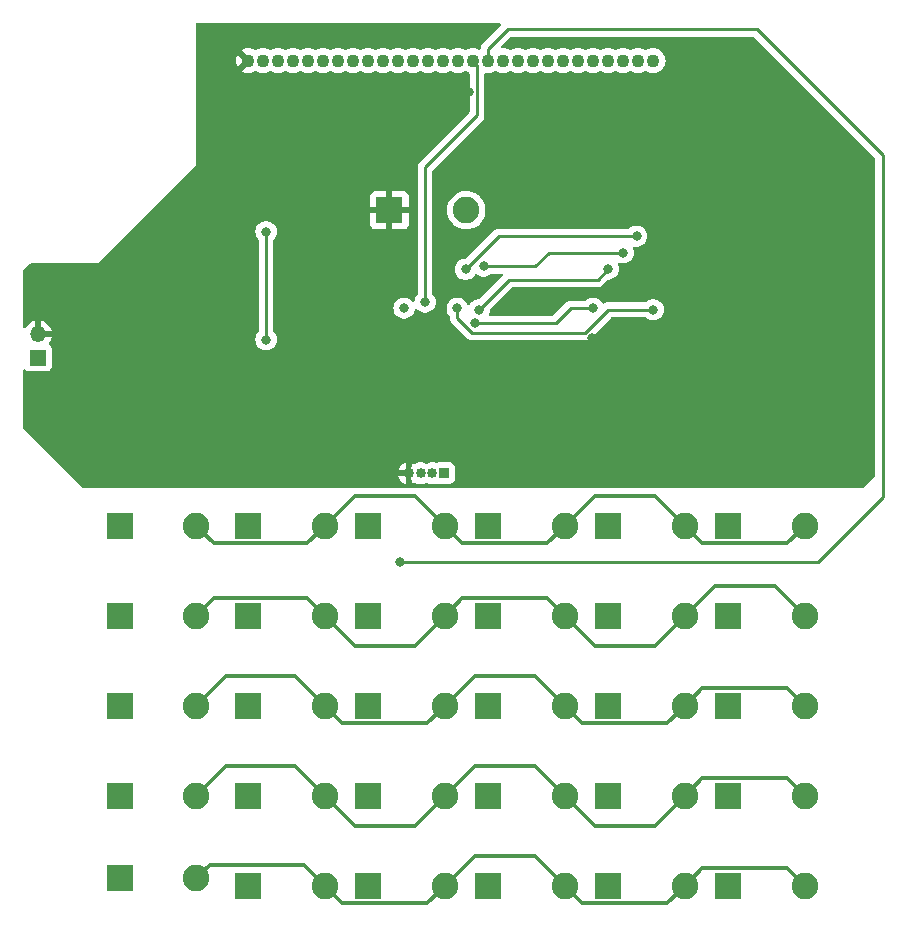
<source format=gbr>
%TF.GenerationSoftware,KiCad,Pcbnew,7.99.0-3539-g7abe2e3ea0*%
%TF.CreationDate,2023-11-11T22:30:26+01:00*%
%TF.ProjectId,KS100,4b533130-302e-46b6-9963-61645f706362,rev?*%
%TF.SameCoordinates,Original*%
%TF.FileFunction,Copper,L2,Bot*%
%TF.FilePolarity,Positive*%
%FSLAX46Y46*%
G04 Gerber Fmt 4.6, Leading zero omitted, Abs format (unit mm)*
G04 Created by KiCad (PCBNEW 7.99.0-3539-g7abe2e3ea0) date 2023-11-11 22:30:26*
%MOMM*%
%LPD*%
G01*
G04 APERTURE LIST*
%TA.AperFunction,ComponentPad*%
%ADD10R,2.250000X2.250000*%
%TD*%
%TA.AperFunction,ComponentPad*%
%ADD11C,2.250000*%
%TD*%
%TA.AperFunction,ComponentPad*%
%ADD12R,0.850000X0.850000*%
%TD*%
%TA.AperFunction,ComponentPad*%
%ADD13O,0.850000X0.850000*%
%TD*%
%TA.AperFunction,ComponentPad*%
%ADD14R,1.350000X1.350000*%
%TD*%
%TA.AperFunction,ComponentPad*%
%ADD15O,1.350000X1.350000*%
%TD*%
%TA.AperFunction,ComponentPad*%
%ADD16C,1.100000*%
%TD*%
%TA.AperFunction,ViaPad*%
%ADD17C,0.800000*%
%TD*%
%TA.AperFunction,Conductor*%
%ADD18C,0.250000*%
%TD*%
%TA.AperFunction,Conductor*%
%ADD19C,0.300000*%
%TD*%
G04 APERTURE END LIST*
D10*
%TO.P,SW28,1,1*%
%TO.N,/Calculator/X6*%
X171450000Y-128270000D03*
D11*
%TO.P,SW28,2,2*%
%TO.N,/Calculator/Y3*%
X177950000Y-128270000D03*
%TD*%
D10*
%TO.P,SW10,1,1*%
%TO.N,/Calculator/X2*%
X130810000Y-143510000D03*
D11*
%TO.P,SW10,2,2*%
%TO.N,/Calculator/Y5*%
X137310000Y-143510000D03*
%TD*%
D10*
%TO.P,SW27,1,1*%
%TO.N,/Calculator/X6*%
X171450000Y-120650000D03*
D11*
%TO.P,SW27,2,2*%
%TO.N,/Calculator/Y2*%
X177950000Y-120650000D03*
%TD*%
D10*
%TO.P,SW11,1,1*%
%TO.N,/Calculator/X3*%
X140970000Y-113030000D03*
D11*
%TO.P,SW11,2,2*%
%TO.N,/Calculator/Y1*%
X147470000Y-113030000D03*
%TD*%
D10*
%TO.P,SW7,1,1*%
%TO.N,/Calculator/X2*%
X130810000Y-120650000D03*
D11*
%TO.P,SW7,2,2*%
%TO.N,/Calculator/Y2*%
X137310000Y-120650000D03*
%TD*%
D10*
%TO.P,SW15,1,1*%
%TO.N,/Calculator/X3*%
X140970000Y-143510000D03*
D11*
%TO.P,SW15,2,2*%
%TO.N,/Calculator/Y5*%
X147470000Y-143510000D03*
%TD*%
D10*
%TO.P,SW24,1,1*%
%TO.N,/Calculator/X5*%
X161290000Y-135890000D03*
D11*
%TO.P,SW24,2,2*%
%TO.N,/Calculator/Y4*%
X167790000Y-135890000D03*
%TD*%
D10*
%TO.P,SW6,1,1*%
%TO.N,/Calculator/X2*%
X130810000Y-113030000D03*
D11*
%TO.P,SW6,2,2*%
%TO.N,/Calculator/Y1*%
X137310000Y-113030000D03*
%TD*%
D10*
%TO.P,SW12,1,1*%
%TO.N,/Calculator/X3*%
X140970000Y-120650000D03*
D11*
%TO.P,SW12,2,2*%
%TO.N,/Calculator/Y2*%
X147470000Y-120650000D03*
%TD*%
D10*
%TO.P,SW3,1,1*%
%TO.N,/Calculator/X1*%
X119940000Y-128270000D03*
D11*
%TO.P,SW3,2,2*%
%TO.N,/Calculator/Y3*%
X126440000Y-128270000D03*
%TD*%
D10*
%TO.P,SW14,1,1*%
%TO.N,/Calculator/X3*%
X140970000Y-135890000D03*
D11*
%TO.P,SW14,2,2*%
%TO.N,/Calculator/Y4*%
X147470000Y-135890000D03*
%TD*%
D12*
%TO.P,J2,1,Pin_1*%
%TO.N,/Calculator/NRST*%
X147415000Y-108585000D03*
D13*
%TO.P,J2,2,Pin_2*%
%TO.N,/Calculator/SWCLK*%
X146415000Y-108585000D03*
%TO.P,J2,3,Pin_3*%
%TO.N,/Calculator/SWDIO*%
X145415000Y-108585000D03*
%TO.P,J2,4,Pin_4*%
%TO.N,GND*%
X144415000Y-108585000D03*
%TD*%
D10*
%TO.P,SW4,1,1*%
%TO.N,/Calculator/X1*%
X119940000Y-135890000D03*
D11*
%TO.P,SW4,2,2*%
%TO.N,/Calculator/Y4*%
X126440000Y-135890000D03*
%TD*%
D10*
%TO.P,SW23,1,1*%
%TO.N,/Calculator/X5*%
X161290000Y-128270000D03*
D11*
%TO.P,SW23,2,2*%
%TO.N,/Calculator/Y3*%
X167790000Y-128270000D03*
%TD*%
D10*
%TO.P,SW19,1,1*%
%TO.N,/Calculator/X4*%
X151130000Y-135890000D03*
D11*
%TO.P,SW19,2,2*%
%TO.N,/Calculator/Y4*%
X157630000Y-135890000D03*
%TD*%
D10*
%TO.P,SW26,1,1*%
%TO.N,/Calculator/X6*%
X171450000Y-113030000D03*
D11*
%TO.P,SW26,2,2*%
%TO.N,/Calculator/Y1*%
X177950000Y-113030000D03*
%TD*%
D10*
%TO.P,SW29,1,1*%
%TO.N,/Calculator/X6*%
X171450000Y-135890000D03*
D11*
%TO.P,SW29,2,2*%
%TO.N,/Calculator/Y4*%
X177950000Y-135890000D03*
%TD*%
D10*
%TO.P,SW1,1,1*%
%TO.N,/Calculator/X1*%
X119940000Y-113030000D03*
D11*
%TO.P,SW1,2,2*%
%TO.N,/Calculator/Y1*%
X126440000Y-113030000D03*
%TD*%
D14*
%TO.P,J1,1,Pin_1*%
%TO.N,+BATT*%
X113030000Y-98790000D03*
D15*
%TO.P,J1,2,Pin_2*%
%TO.N,GND*%
X113030000Y-96790000D03*
%TD*%
D10*
%TO.P,SW30,1,1*%
%TO.N,/Calculator/X6*%
X171450000Y-143510000D03*
D11*
%TO.P,SW30,2,2*%
%TO.N,/Calculator/Y5*%
X177950000Y-143510000D03*
%TD*%
D10*
%TO.P,SW25,1,1*%
%TO.N,/Calculator/X5*%
X161290000Y-143510000D03*
D11*
%TO.P,SW25,2,2*%
%TO.N,/Calculator/Y5*%
X167790000Y-143510000D03*
%TD*%
D10*
%TO.P,SW5,1,1*%
%TO.N,/Calculator/X1*%
X119940000Y-142875000D03*
D11*
%TO.P,SW5,2,2*%
%TO.N,/Calculator/Y5*%
X126440000Y-142875000D03*
%TD*%
D16*
%TO.P,J3,1,Pin_1*%
%TO.N,/Calculator/NCS*%
X165100000Y-73660000D03*
%TO.P,J3,2,Pin_2*%
%TO.N,/Calculator/LCD_RST*%
X163830000Y-73660000D03*
%TO.P,J3,3,Pin_3*%
%TO.N,/Calculator/A0*%
X162560000Y-73660000D03*
%TO.P,J3,4,Pin_4*%
%TO.N,/Calculator/WR*%
X161290000Y-73660000D03*
%TO.P,J3,5,Pin_5*%
%TO.N,/Calculator/RD*%
X160020000Y-73660000D03*
%TO.P,J3,6,Pin_6*%
%TO.N,+BATT*%
X158750000Y-73660000D03*
%TO.P,J3,7,Pin_7*%
X157480000Y-73660000D03*
%TO.P,J3,8,Pin_8*%
X156210000Y-73660000D03*
%TO.P,J3,9,Pin_9*%
X154940000Y-73660000D03*
%TO.P,J3,10,Pin_10*%
X153670000Y-73660000D03*
%TO.P,J3,11,Pin_11*%
X152400000Y-73660000D03*
%TO.P,J3,12,Pin_12*%
%TO.N,/Calculator/SCL*%
X151130000Y-73660000D03*
%TO.P,J3,13,Pin_13*%
%TO.N,/Calculator/SI*%
X149860000Y-73660000D03*
%TO.P,J3,14,Pin_14*%
%TO.N,+BATT*%
X148590000Y-73660000D03*
%TO.P,J3,15,Pin_15*%
%TO.N,GND*%
X147320000Y-73660000D03*
%TO.P,J3,16,Pin_16*%
%TO.N,Net-(J3-Pin_16)*%
X146050000Y-73660000D03*
%TO.P,J3,17,Pin_17*%
%TO.N,Net-(J3-Pin_17)*%
X144780000Y-73660000D03*
%TO.P,J3,18,Pin_18*%
%TO.N,Net-(J3-Pin_18)*%
X143510000Y-73660000D03*
%TO.P,J3,19,Pin_19*%
%TO.N,Net-(J3-Pin_19)*%
X142240000Y-73660000D03*
%TO.P,J3,20,Pin_20*%
%TO.N,Net-(J3-Pin_20)*%
X140970000Y-73660000D03*
%TO.P,J3,21,Pin_21*%
%TO.N,Net-(J3-Pin_21)*%
X139700000Y-73660000D03*
%TO.P,J3,22,Pin_22*%
%TO.N,Net-(J3-Pin_22)*%
X138430000Y-73660000D03*
%TO.P,J3,23,Pin_23*%
%TO.N,Net-(J3-Pin_23)*%
X137160000Y-73660000D03*
%TO.P,J3,24,Pin_24*%
%TO.N,Net-(J3-Pin_24)*%
X135890000Y-73660000D03*
%TO.P,J3,25,Pin_25*%
%TO.N,Net-(J3-Pin_25)*%
X134620000Y-73660000D03*
%TO.P,J3,26,Pin_26*%
%TO.N,Net-(J3-Pin_26)*%
X133350000Y-73660000D03*
%TO.P,J3,27,Pin_27*%
%TO.N,/Calculator/C86*%
X132080000Y-73660000D03*
%TO.P,J3,28,Pin_28*%
%TO.N,GND*%
X130810000Y-73660000D03*
%TD*%
D10*
%TO.P,SW21,1,1*%
%TO.N,/Calculator/X5*%
X161290000Y-113030000D03*
D11*
%TO.P,SW21,2,2*%
%TO.N,/Calculator/Y1*%
X167790000Y-113030000D03*
%TD*%
D10*
%TO.P,SW17,1,1*%
%TO.N,/Calculator/X4*%
X151130000Y-120650000D03*
D11*
%TO.P,SW17,2,2*%
%TO.N,/Calculator/Y2*%
X157630000Y-120650000D03*
%TD*%
D10*
%TO.P,SW22,1,1*%
%TO.N,/Calculator/X5*%
X161290000Y-120650000D03*
D11*
%TO.P,SW22,2,2*%
%TO.N,/Calculator/Y2*%
X167790000Y-120650000D03*
%TD*%
D10*
%TO.P,SW18,1,1*%
%TO.N,/Calculator/X4*%
X151130000Y-128270000D03*
D11*
%TO.P,SW18,2,2*%
%TO.N,/Calculator/Y3*%
X157630000Y-128270000D03*
%TD*%
D10*
%TO.P,SW16,1,1*%
%TO.N,/Calculator/X4*%
X151130000Y-113030000D03*
D11*
%TO.P,SW16,2,2*%
%TO.N,/Calculator/Y1*%
X157630000Y-113030000D03*
%TD*%
D10*
%TO.P,SW2,1,1*%
%TO.N,/Calculator/X1*%
X119940000Y-120650000D03*
D11*
%TO.P,SW2,2,2*%
%TO.N,/Calculator/Y2*%
X126440000Y-120650000D03*
%TD*%
D10*
%TO.P,SW13,1,1*%
%TO.N,/Calculator/X3*%
X140970000Y-128270000D03*
D11*
%TO.P,SW13,2,2*%
%TO.N,/Calculator/Y3*%
X147470000Y-128270000D03*
%TD*%
D10*
%TO.P,SW20,1,1*%
%TO.N,/Calculator/X4*%
X151130000Y-143510000D03*
D11*
%TO.P,SW20,2,2*%
%TO.N,/Calculator/Y5*%
X157630000Y-143510000D03*
%TD*%
D10*
%TO.P,SW31,1,1*%
%TO.N,GND*%
X142782000Y-86310000D03*
D11*
%TO.P,SW31,2,2*%
%TO.N,/Calculator/NRST*%
X149282000Y-86310000D03*
%TD*%
D10*
%TO.P,SW9,1,1*%
%TO.N,/Calculator/X2*%
X130810000Y-135890000D03*
D11*
%TO.P,SW9,2,2*%
%TO.N,/Calculator/Y4*%
X137310000Y-135890000D03*
%TD*%
D10*
%TO.P,SW8,1,1*%
%TO.N,/Calculator/X2*%
X130810000Y-128270000D03*
D11*
%TO.P,SW8,2,2*%
%TO.N,/Calculator/Y3*%
X137310000Y-128270000D03*
%TD*%
D17*
%TO.N,/Calculator/NCS*%
X148522500Y-94615000D03*
%TO.N,/Calculator/LCD_RST*%
X149224664Y-91321500D03*
%TO.N,/Calculator/RD*%
X149987000Y-95885000D03*
%TO.N,/Calculator/WR*%
X150368000Y-94742000D03*
%TO.N,/Calculator/A0*%
X150749000Y-91059000D03*
%TO.N,unconnected-(U1-PA2-Pad16)*%
X144018000Y-94615000D03*
%TO.N,/Calculator/C86*%
X132334000Y-97282000D03*
X132334000Y-88138000D03*
%TO.N,/Calculator/NCS*%
X165100000Y-94742000D03*
%TO.N,GND*%
X149479000Y-76327000D03*
X147320000Y-88900000D03*
X142839701Y-101400500D03*
X137160000Y-94615000D03*
X159893000Y-97155000D03*
X147955000Y-106590500D03*
X141986000Y-71374000D03*
X156210000Y-94615000D03*
%TO.N,/Calculator/LCD_RST*%
X163703000Y-88519000D03*
%TO.N,/Calculator/WR*%
X161290000Y-91313000D03*
%TO.N,/Calculator/SCL*%
X143637000Y-116078000D03*
%TO.N,/Calculator/A0*%
X162560000Y-89916000D03*
%TO.N,/Calculator/RD*%
X160020000Y-94615000D03*
%TO.N,/Calculator/SI*%
X145798000Y-94107000D03*
%TD*%
D18*
%TO.N,/Calculator/RD*%
X156845000Y-95885000D02*
X149987000Y-95885000D01*
X158115000Y-94615000D02*
X156845000Y-95885000D01*
X160020000Y-94615000D02*
X158115000Y-94615000D01*
%TO.N,/Calculator/NCS*%
X161280695Y-94742000D02*
X165100000Y-94742000D01*
X159316848Y-96705847D02*
X161280695Y-94742000D01*
X149782542Y-96705847D02*
X159316848Y-96705847D01*
X148522500Y-95445805D02*
X149782542Y-96705847D01*
X148522500Y-94615000D02*
X148522500Y-95445805D01*
%TO.N,/Calculator/LCD_RST*%
X152027164Y-88519000D02*
X149224664Y-91321500D01*
X163703000Y-88519000D02*
X152027164Y-88519000D01*
%TO.N,/Calculator/WR*%
X150368000Y-94742000D02*
X152908000Y-92202000D01*
X152908000Y-92202000D02*
X160401000Y-92202000D01*
X160401000Y-92202000D02*
X161290000Y-91313000D01*
%TO.N,/Calculator/A0*%
X155130500Y-91059000D02*
X150749000Y-91059000D01*
X156273500Y-89916000D02*
X155130500Y-91059000D01*
X162560000Y-89916000D02*
X156273500Y-89916000D01*
%TO.N,/Calculator/SI*%
X150204000Y-78269000D02*
X150204000Y-74004000D01*
X145796000Y-94105000D02*
X145796000Y-82677000D01*
X145798000Y-94107000D02*
X145796000Y-94105000D01*
X150204000Y-74004000D02*
X149860000Y-73660000D01*
X145796000Y-82677000D02*
X150204000Y-78269000D01*
%TO.N,/Calculator/C86*%
X132334000Y-88138000D02*
X132334000Y-97282000D01*
D19*
%TO.N,/Calculator/Y2*%
X165250000Y-123190000D02*
X167790000Y-120650000D01*
X126440000Y-120650000D02*
X127915000Y-119175000D01*
X137310000Y-120650000D02*
X139850000Y-123190000D01*
X148945000Y-119175000D02*
X156155000Y-119175000D01*
X127915000Y-119175000D02*
X135835000Y-119175000D01*
X144930000Y-123190000D02*
X147470000Y-120650000D01*
X160170000Y-123190000D02*
X165250000Y-123190000D01*
X147470000Y-120650000D02*
X148945000Y-119175000D01*
X157630000Y-120650000D02*
X160170000Y-123190000D01*
X139850000Y-123190000D02*
X144930000Y-123190000D01*
X135835000Y-119175000D02*
X137310000Y-120650000D01*
X167790000Y-120650000D02*
X170330000Y-118110000D01*
X170330000Y-118110000D02*
X175410000Y-118110000D01*
X156155000Y-119175000D02*
X157630000Y-120650000D01*
X175410000Y-118110000D02*
X177950000Y-120650000D01*
%TO.N,/Calculator/Y3*%
X157630000Y-128270000D02*
X155090000Y-125730000D01*
X138785000Y-129745000D02*
X137310000Y-128270000D01*
X137310000Y-128270000D02*
X134770000Y-125730000D01*
X169265000Y-126795000D02*
X176475000Y-126795000D01*
X167790000Y-128270000D02*
X169265000Y-126795000D01*
X159105000Y-129745000D02*
X157630000Y-128270000D01*
X145995000Y-129745000D02*
X138785000Y-129745000D01*
X166315000Y-129745000D02*
X159105000Y-129745000D01*
X176475000Y-126795000D02*
X177950000Y-128270000D01*
X147470000Y-128270000D02*
X145995000Y-129745000D01*
X167790000Y-128270000D02*
X166315000Y-129745000D01*
X155090000Y-125730000D02*
X150010000Y-125730000D01*
X134770000Y-125730000D02*
X128980000Y-125730000D01*
X150010000Y-125730000D02*
X147470000Y-128270000D01*
X128980000Y-125730000D02*
X126440000Y-128270000D01*
%TO.N,/Calculator/Y4*%
X128980000Y-133350000D02*
X134770000Y-133350000D01*
X157630000Y-135890000D02*
X160170000Y-138430000D01*
X139850000Y-138430000D02*
X144930000Y-138430000D01*
X155090000Y-133350000D02*
X157630000Y-135890000D01*
X134770000Y-133350000D02*
X137310000Y-135890000D01*
X167790000Y-135890000D02*
X169265000Y-134415000D01*
X126440000Y-135890000D02*
X128980000Y-133350000D01*
X144930000Y-138430000D02*
X147470000Y-135890000D01*
X165250000Y-138430000D02*
X167790000Y-135890000D01*
X176475000Y-134415000D02*
X177950000Y-135890000D01*
X137310000Y-135890000D02*
X139850000Y-138430000D01*
X147470000Y-135890000D02*
X150010000Y-133350000D01*
X169265000Y-134415000D02*
X176475000Y-134415000D01*
X150010000Y-133350000D02*
X155090000Y-133350000D01*
X160170000Y-138430000D02*
X165250000Y-138430000D01*
%TO.N,/Calculator/Y5*%
X145995000Y-144985000D02*
X138785000Y-144985000D01*
X155090000Y-140970000D02*
X150010000Y-140970000D01*
X147470000Y-143510000D02*
X145995000Y-144985000D01*
X138785000Y-144985000D02*
X137310000Y-143510000D01*
X157630000Y-143510000D02*
X155090000Y-140970000D01*
X150010000Y-140970000D02*
X147470000Y-143510000D01*
X176475000Y-142035000D02*
X177950000Y-143510000D01*
X135550000Y-141750000D02*
X137310000Y-143510000D01*
X167790000Y-143510000D02*
X169265000Y-142035000D01*
X166315000Y-144985000D02*
X159105000Y-144985000D01*
X126440000Y-142875000D02*
X127565000Y-141750000D01*
X127565000Y-141750000D02*
X135550000Y-141750000D01*
X169265000Y-142035000D02*
X176475000Y-142035000D01*
X167790000Y-143510000D02*
X166315000Y-144985000D01*
X159105000Y-144985000D02*
X157630000Y-143510000D01*
%TO.N,/Calculator/Y1*%
X148945000Y-114505000D02*
X147470000Y-113030000D01*
X177950000Y-113030000D02*
X176475000Y-114505000D01*
X127915000Y-114505000D02*
X126440000Y-113030000D01*
X165250000Y-110490000D02*
X160170000Y-110490000D01*
X139850000Y-110490000D02*
X144930000Y-110490000D01*
X167790000Y-113030000D02*
X165250000Y-110490000D01*
X169265000Y-114505000D02*
X167790000Y-113030000D01*
X135835000Y-114505000D02*
X127915000Y-114505000D01*
X137310000Y-113030000D02*
X139850000Y-110490000D01*
X157630000Y-113030000D02*
X156155000Y-114505000D01*
X176475000Y-114505000D02*
X169265000Y-114505000D01*
X144930000Y-110490000D02*
X147470000Y-113030000D01*
X156155000Y-114505000D02*
X148945000Y-114505000D01*
X160170000Y-110490000D02*
X157630000Y-113030000D01*
X137310000Y-113030000D02*
X135835000Y-114505000D01*
D18*
%TO.N,/Calculator/SCL*%
X173863000Y-70993000D02*
X152781000Y-70993000D01*
X184531000Y-110617000D02*
X184531000Y-81661000D01*
X151130000Y-72644000D02*
X151130000Y-73660000D01*
X143637000Y-116078000D02*
X179070000Y-116078000D01*
X179070000Y-116078000D02*
X184531000Y-110617000D01*
X184531000Y-81661000D02*
X173863000Y-70993000D01*
X152781000Y-70993000D02*
X151130000Y-72644000D01*
%TD*%
%TA.AperFunction,Conductor*%
%TO.N,GND*%
G36*
X152172085Y-70504685D02*
G01*
X152217840Y-70557489D01*
X152227784Y-70626647D01*
X152198759Y-70690203D01*
X152192727Y-70696681D01*
X150731269Y-72158140D01*
X150644144Y-72245264D01*
X150644138Y-72245272D01*
X150575692Y-72347705D01*
X150575685Y-72347719D01*
X150555213Y-72397146D01*
X150548564Y-72413199D01*
X150542347Y-72428208D01*
X150528538Y-72461545D01*
X150528535Y-72461553D01*
X150504500Y-72582389D01*
X150504500Y-72606460D01*
X150484815Y-72673499D01*
X150432011Y-72719254D01*
X150362853Y-72729198D01*
X150322048Y-72715819D01*
X150263957Y-72684769D01*
X150263954Y-72684768D01*
X150065934Y-72624700D01*
X150065932Y-72624699D01*
X150065934Y-72624699D01*
X149860000Y-72604417D01*
X149654067Y-72624699D01*
X149456041Y-72684769D01*
X149283453Y-72777020D01*
X149215050Y-72791262D01*
X149166547Y-72777020D01*
X148993958Y-72684769D01*
X148894944Y-72654734D01*
X148795934Y-72624700D01*
X148795932Y-72624699D01*
X148795934Y-72624699D01*
X148590000Y-72604417D01*
X148384067Y-72624699D01*
X148186041Y-72684769D01*
X148012924Y-72777303D01*
X147944521Y-72791545D01*
X147896018Y-72777304D01*
X147723762Y-72685232D01*
X147525834Y-72625191D01*
X147320000Y-72604919D01*
X147114165Y-72625191D01*
X146916237Y-72685232D01*
X146743982Y-72777304D01*
X146675579Y-72791545D01*
X146627076Y-72777303D01*
X146453958Y-72684769D01*
X146354944Y-72654734D01*
X146255934Y-72624700D01*
X146255932Y-72624699D01*
X146255934Y-72624699D01*
X146050000Y-72604417D01*
X145844067Y-72624699D01*
X145646041Y-72684769D01*
X145473453Y-72777020D01*
X145405050Y-72791262D01*
X145356547Y-72777020D01*
X145183958Y-72684769D01*
X145084944Y-72654734D01*
X144985934Y-72624700D01*
X144985932Y-72624699D01*
X144985934Y-72624699D01*
X144780000Y-72604417D01*
X144574067Y-72624699D01*
X144376041Y-72684769D01*
X144203453Y-72777020D01*
X144135050Y-72791262D01*
X144086547Y-72777020D01*
X143913958Y-72684769D01*
X143814944Y-72654734D01*
X143715934Y-72624700D01*
X143715932Y-72624699D01*
X143715934Y-72624699D01*
X143510000Y-72604417D01*
X143304067Y-72624699D01*
X143106041Y-72684769D01*
X142933453Y-72777020D01*
X142865050Y-72791262D01*
X142816547Y-72777020D01*
X142643958Y-72684769D01*
X142544944Y-72654734D01*
X142445934Y-72624700D01*
X142445932Y-72624699D01*
X142445934Y-72624699D01*
X142240000Y-72604417D01*
X142034067Y-72624699D01*
X141836041Y-72684769D01*
X141663453Y-72777020D01*
X141595050Y-72791262D01*
X141546547Y-72777020D01*
X141373958Y-72684769D01*
X141274944Y-72654734D01*
X141175934Y-72624700D01*
X141175932Y-72624699D01*
X141175934Y-72624699D01*
X140970000Y-72604417D01*
X140764067Y-72624699D01*
X140566041Y-72684769D01*
X140393453Y-72777020D01*
X140325050Y-72791262D01*
X140276547Y-72777020D01*
X140103958Y-72684769D01*
X140004944Y-72654734D01*
X139905934Y-72624700D01*
X139905932Y-72624699D01*
X139905934Y-72624699D01*
X139700000Y-72604417D01*
X139494067Y-72624699D01*
X139296041Y-72684769D01*
X139123453Y-72777020D01*
X139055050Y-72791262D01*
X139006547Y-72777020D01*
X138833958Y-72684769D01*
X138734944Y-72654734D01*
X138635934Y-72624700D01*
X138635932Y-72624699D01*
X138635934Y-72624699D01*
X138430000Y-72604417D01*
X138224067Y-72624699D01*
X138026041Y-72684769D01*
X137853453Y-72777020D01*
X137785050Y-72791262D01*
X137736547Y-72777020D01*
X137563958Y-72684769D01*
X137464944Y-72654734D01*
X137365934Y-72624700D01*
X137365932Y-72624699D01*
X137365934Y-72624699D01*
X137160000Y-72604417D01*
X136954067Y-72624699D01*
X136756041Y-72684769D01*
X136583453Y-72777020D01*
X136515050Y-72791262D01*
X136466547Y-72777020D01*
X136293958Y-72684769D01*
X136194944Y-72654734D01*
X136095934Y-72624700D01*
X136095932Y-72624699D01*
X136095934Y-72624699D01*
X135890000Y-72604417D01*
X135684067Y-72624699D01*
X135486041Y-72684769D01*
X135313453Y-72777020D01*
X135245050Y-72791262D01*
X135196547Y-72777020D01*
X135023958Y-72684769D01*
X134924944Y-72654734D01*
X134825934Y-72624700D01*
X134825932Y-72624699D01*
X134825934Y-72624699D01*
X134620000Y-72604417D01*
X134414067Y-72624699D01*
X134216041Y-72684769D01*
X134043453Y-72777020D01*
X133975050Y-72791262D01*
X133926547Y-72777020D01*
X133753958Y-72684769D01*
X133654944Y-72654734D01*
X133555934Y-72624700D01*
X133555932Y-72624699D01*
X133555934Y-72624699D01*
X133350000Y-72604417D01*
X133144067Y-72624699D01*
X132946041Y-72684769D01*
X132773453Y-72777020D01*
X132705050Y-72791262D01*
X132656547Y-72777020D01*
X132483958Y-72684769D01*
X132384944Y-72654734D01*
X132285934Y-72624700D01*
X132285932Y-72624699D01*
X132285934Y-72624699D01*
X132080000Y-72604417D01*
X131874067Y-72624699D01*
X131676041Y-72684769D01*
X131502924Y-72777303D01*
X131434521Y-72791545D01*
X131386018Y-72777304D01*
X131213762Y-72685232D01*
X131015834Y-72625191D01*
X130810000Y-72604919D01*
X130604166Y-72625191D01*
X130406234Y-72685234D01*
X130264529Y-72760975D01*
X130264529Y-72760976D01*
X130905418Y-73401865D01*
X130864701Y-73385000D01*
X130755299Y-73385000D01*
X130654225Y-73426866D01*
X130576866Y-73504225D01*
X130535000Y-73605299D01*
X130535000Y-73714701D01*
X130576866Y-73815775D01*
X130654225Y-73893134D01*
X130755299Y-73935000D01*
X130864701Y-73935000D01*
X130905415Y-73918135D01*
X130264529Y-74559022D01*
X130406235Y-74634766D01*
X130604165Y-74694808D01*
X130810000Y-74715080D01*
X131015834Y-74694808D01*
X131213764Y-74634766D01*
X131386016Y-74542695D01*
X131454419Y-74528453D01*
X131502921Y-74542694D01*
X131676046Y-74635232D01*
X131874066Y-74695300D01*
X131874065Y-74695300D01*
X131892529Y-74697118D01*
X132080000Y-74715583D01*
X132285934Y-74695300D01*
X132483954Y-74635232D01*
X132656548Y-74542977D01*
X132724949Y-74528736D01*
X132773450Y-74542976D01*
X132946046Y-74635232D01*
X133144066Y-74695300D01*
X133144065Y-74695300D01*
X133162529Y-74697118D01*
X133350000Y-74715583D01*
X133555934Y-74695300D01*
X133753954Y-74635232D01*
X133926548Y-74542977D01*
X133994949Y-74528736D01*
X134043450Y-74542976D01*
X134216046Y-74635232D01*
X134414066Y-74695300D01*
X134414065Y-74695300D01*
X134432529Y-74697118D01*
X134620000Y-74715583D01*
X134825934Y-74695300D01*
X135023954Y-74635232D01*
X135196548Y-74542977D01*
X135264949Y-74528736D01*
X135313450Y-74542976D01*
X135486046Y-74635232D01*
X135684066Y-74695300D01*
X135684065Y-74695300D01*
X135702529Y-74697118D01*
X135890000Y-74715583D01*
X136095934Y-74695300D01*
X136293954Y-74635232D01*
X136466548Y-74542977D01*
X136534949Y-74528736D01*
X136583450Y-74542976D01*
X136756046Y-74635232D01*
X136954066Y-74695300D01*
X136954065Y-74695300D01*
X136972529Y-74697118D01*
X137160000Y-74715583D01*
X137365934Y-74695300D01*
X137563954Y-74635232D01*
X137736548Y-74542977D01*
X137804949Y-74528736D01*
X137853450Y-74542976D01*
X138026046Y-74635232D01*
X138224066Y-74695300D01*
X138224065Y-74695300D01*
X138242529Y-74697118D01*
X138430000Y-74715583D01*
X138635934Y-74695300D01*
X138833954Y-74635232D01*
X139006548Y-74542977D01*
X139074949Y-74528736D01*
X139123450Y-74542976D01*
X139296046Y-74635232D01*
X139494066Y-74695300D01*
X139494065Y-74695300D01*
X139512529Y-74697118D01*
X139700000Y-74715583D01*
X139905934Y-74695300D01*
X140103954Y-74635232D01*
X140276548Y-74542977D01*
X140344949Y-74528736D01*
X140393450Y-74542976D01*
X140566046Y-74635232D01*
X140764066Y-74695300D01*
X140764065Y-74695300D01*
X140782529Y-74697118D01*
X140970000Y-74715583D01*
X141175934Y-74695300D01*
X141373954Y-74635232D01*
X141546548Y-74542977D01*
X141614949Y-74528736D01*
X141663450Y-74542976D01*
X141836046Y-74635232D01*
X142034066Y-74695300D01*
X142034065Y-74695300D01*
X142052529Y-74697118D01*
X142240000Y-74715583D01*
X142445934Y-74695300D01*
X142643954Y-74635232D01*
X142816548Y-74542977D01*
X142884949Y-74528736D01*
X142933450Y-74542976D01*
X143106046Y-74635232D01*
X143304066Y-74695300D01*
X143304065Y-74695300D01*
X143322529Y-74697118D01*
X143510000Y-74715583D01*
X143715934Y-74695300D01*
X143913954Y-74635232D01*
X144086548Y-74542977D01*
X144154949Y-74528736D01*
X144203450Y-74542976D01*
X144376046Y-74635232D01*
X144574066Y-74695300D01*
X144574065Y-74695300D01*
X144592529Y-74697118D01*
X144780000Y-74715583D01*
X144985934Y-74695300D01*
X145183954Y-74635232D01*
X145356548Y-74542977D01*
X145424949Y-74528736D01*
X145473450Y-74542976D01*
X145646046Y-74635232D01*
X145844066Y-74695300D01*
X145844065Y-74695300D01*
X145862529Y-74697118D01*
X146050000Y-74715583D01*
X146255934Y-74695300D01*
X146453954Y-74635232D01*
X146627078Y-74542693D01*
X146695476Y-74528453D01*
X146743981Y-74542695D01*
X146916233Y-74634766D01*
X147114165Y-74694808D01*
X147320000Y-74715080D01*
X147525834Y-74694808D01*
X147723764Y-74634766D01*
X147896016Y-74542695D01*
X147964419Y-74528453D01*
X148012921Y-74542694D01*
X148186046Y-74635232D01*
X148384066Y-74695300D01*
X148384065Y-74695300D01*
X148402529Y-74697118D01*
X148590000Y-74715583D01*
X148795934Y-74695300D01*
X148993954Y-74635232D01*
X149166548Y-74542977D01*
X149234949Y-74528736D01*
X149283450Y-74542976D01*
X149456046Y-74635232D01*
X149490497Y-74645682D01*
X149548934Y-74683978D01*
X149577390Y-74747791D01*
X149578500Y-74764342D01*
X149578500Y-77958547D01*
X149558815Y-78025586D01*
X149542181Y-78046228D01*
X145310144Y-82278264D01*
X145310138Y-82278272D01*
X145241692Y-82380705D01*
X145241685Y-82380719D01*
X145208347Y-82461208D01*
X145194538Y-82494545D01*
X145194535Y-82494553D01*
X145170500Y-82615389D01*
X145170500Y-93410534D01*
X145150815Y-93477573D01*
X145138650Y-93493506D01*
X145065466Y-93574785D01*
X144970821Y-93738715D01*
X144970818Y-93738722D01*
X144912326Y-93918742D01*
X144912325Y-93918746D01*
X144909086Y-93949564D01*
X144882501Y-94014178D01*
X144825203Y-94054162D01*
X144755384Y-94056820D01*
X144695211Y-94021310D01*
X144693616Y-94019572D01*
X144688759Y-94014178D01*
X144623871Y-93942112D01*
X144623870Y-93942111D01*
X144470734Y-93830851D01*
X144470729Y-93830848D01*
X144297807Y-93753857D01*
X144297802Y-93753855D01*
X144152001Y-93722865D01*
X144112646Y-93714500D01*
X143923354Y-93714500D01*
X143890897Y-93721398D01*
X143738197Y-93753855D01*
X143738192Y-93753857D01*
X143565270Y-93830848D01*
X143565265Y-93830851D01*
X143412129Y-93942111D01*
X143285466Y-94082785D01*
X143190821Y-94246715D01*
X143190818Y-94246722D01*
X143132327Y-94426740D01*
X143132326Y-94426744D01*
X143112540Y-94615000D01*
X143132326Y-94803256D01*
X143132327Y-94803259D01*
X143190818Y-94983277D01*
X143190821Y-94983284D01*
X143285467Y-95147216D01*
X143384017Y-95256666D01*
X143412129Y-95287888D01*
X143565265Y-95399148D01*
X143565270Y-95399151D01*
X143738192Y-95476142D01*
X143738197Y-95476144D01*
X143923354Y-95515500D01*
X143923355Y-95515500D01*
X144112644Y-95515500D01*
X144112646Y-95515500D01*
X144297803Y-95476144D01*
X144470730Y-95399151D01*
X144623871Y-95287888D01*
X144750533Y-95147216D01*
X144845179Y-94983284D01*
X144903674Y-94803256D01*
X144906913Y-94772436D01*
X144933496Y-94707824D01*
X144990793Y-94667839D01*
X145060612Y-94665178D01*
X145120786Y-94700686D01*
X145122361Y-94702403D01*
X145176337Y-94762349D01*
X145192129Y-94779888D01*
X145345265Y-94891148D01*
X145345270Y-94891151D01*
X145518192Y-94968142D01*
X145518197Y-94968144D01*
X145703354Y-95007500D01*
X145703355Y-95007500D01*
X145892644Y-95007500D01*
X145892646Y-95007500D01*
X146077803Y-94968144D01*
X146250730Y-94891151D01*
X146403871Y-94779888D01*
X146530533Y-94639216D01*
X146544514Y-94615000D01*
X147617040Y-94615000D01*
X147636826Y-94803256D01*
X147636827Y-94803259D01*
X147695318Y-94983277D01*
X147695321Y-94983284D01*
X147789967Y-95147216D01*
X147825799Y-95187011D01*
X147865150Y-95230715D01*
X147895380Y-95293706D01*
X147897000Y-95313687D01*
X147897000Y-95507416D01*
X147921035Y-95628249D01*
X147921040Y-95628266D01*
X147968185Y-95742085D01*
X147968189Y-95742092D01*
X148002415Y-95793314D01*
X148036640Y-95844536D01*
X148036641Y-95844537D01*
X148036642Y-95844538D01*
X148123767Y-95931663D01*
X148123768Y-95931663D01*
X148130835Y-95938730D01*
X148130834Y-95938730D01*
X148130838Y-95938733D01*
X149383804Y-97191701D01*
X149383807Y-97191704D01*
X149420588Y-97216280D01*
X149486256Y-97260158D01*
X149600090Y-97307310D01*
X149720930Y-97331346D01*
X149720934Y-97331347D01*
X149720935Y-97331347D01*
X159378456Y-97331347D01*
X159438877Y-97319328D01*
X159499300Y-97307310D01*
X159499305Y-97307308D01*
X159532639Y-97293500D01*
X159565113Y-97280049D01*
X159613134Y-97260159D01*
X159664357Y-97225931D01*
X159715581Y-97191705D01*
X159802706Y-97104580D01*
X159802707Y-97104578D01*
X159809773Y-97097512D01*
X159809775Y-97097508D01*
X161503466Y-95403819D01*
X161564789Y-95370334D01*
X161591147Y-95367500D01*
X164396252Y-95367500D01*
X164463291Y-95387185D01*
X164488400Y-95408526D01*
X164494126Y-95414885D01*
X164494130Y-95414889D01*
X164647265Y-95526148D01*
X164647270Y-95526151D01*
X164820192Y-95603142D01*
X164820197Y-95603144D01*
X165005354Y-95642500D01*
X165005355Y-95642500D01*
X165194644Y-95642500D01*
X165194646Y-95642500D01*
X165379803Y-95603144D01*
X165552730Y-95526151D01*
X165705871Y-95414888D01*
X165832533Y-95274216D01*
X165927179Y-95110284D01*
X165985674Y-94930256D01*
X166005460Y-94742000D01*
X165985674Y-94553744D01*
X165927179Y-94373716D01*
X165832533Y-94209784D01*
X165705871Y-94069112D01*
X165705870Y-94069111D01*
X165552734Y-93957851D01*
X165552729Y-93957848D01*
X165379807Y-93880857D01*
X165379802Y-93880855D01*
X165234001Y-93849865D01*
X165194646Y-93841500D01*
X165005354Y-93841500D01*
X164972897Y-93848398D01*
X164820197Y-93880855D01*
X164820192Y-93880857D01*
X164647270Y-93957848D01*
X164647265Y-93957851D01*
X164494130Y-94069110D01*
X164494126Y-94069114D01*
X164488400Y-94075474D01*
X164428913Y-94112121D01*
X164396252Y-94116500D01*
X161219084Y-94116500D01*
X161158666Y-94128518D01*
X161098240Y-94140537D01*
X161098239Y-94140538D01*
X161082469Y-94147071D01*
X160984413Y-94187685D01*
X160984408Y-94187688D01*
X160970869Y-94196735D01*
X160904192Y-94217612D01*
X160836812Y-94199127D01*
X160794592Y-94155632D01*
X160771999Y-94116500D01*
X160752533Y-94082784D01*
X160625871Y-93942112D01*
X160625870Y-93942111D01*
X160472734Y-93830851D01*
X160472729Y-93830848D01*
X160299807Y-93753857D01*
X160299802Y-93753855D01*
X160154001Y-93722865D01*
X160114646Y-93714500D01*
X159925354Y-93714500D01*
X159892897Y-93721398D01*
X159740197Y-93753855D01*
X159740192Y-93753857D01*
X159567270Y-93830848D01*
X159567265Y-93830851D01*
X159414130Y-93942110D01*
X159414126Y-93942114D01*
X159408400Y-93948474D01*
X159348913Y-93985121D01*
X159316252Y-93989500D01*
X158053389Y-93989500D01*
X157992971Y-94001518D01*
X157932546Y-94013537D01*
X157818716Y-94060687D01*
X157818707Y-94060692D01*
X157716268Y-94129140D01*
X157657724Y-94187685D01*
X157629142Y-94216267D01*
X157629139Y-94216270D01*
X157122295Y-94723115D01*
X156622229Y-95223181D01*
X156560906Y-95256666D01*
X156534548Y-95259500D01*
X151317367Y-95259500D01*
X151250328Y-95239815D01*
X151204573Y-95187011D01*
X151194629Y-95117853D01*
X151199436Y-95097182D01*
X151253674Y-94930256D01*
X151271321Y-94762344D01*
X151297904Y-94697734D01*
X151306951Y-94687638D01*
X153130772Y-92863819D01*
X153192095Y-92830334D01*
X153218453Y-92827500D01*
X160462608Y-92827500D01*
X160523029Y-92815481D01*
X160583452Y-92803463D01*
X160583457Y-92803461D01*
X160616791Y-92789653D01*
X160643623Y-92778538D01*
X160697286Y-92756312D01*
X160748509Y-92722084D01*
X160799733Y-92687858D01*
X160886858Y-92600733D01*
X160886859Y-92600731D01*
X160893925Y-92593665D01*
X160893927Y-92593661D01*
X161237771Y-92249819D01*
X161299094Y-92216334D01*
X161325452Y-92213500D01*
X161384644Y-92213500D01*
X161384646Y-92213500D01*
X161569803Y-92174144D01*
X161742730Y-92097151D01*
X161895871Y-91985888D01*
X162022533Y-91845216D01*
X162117179Y-91681284D01*
X162175674Y-91501256D01*
X162195460Y-91313000D01*
X162175674Y-91124744D01*
X162117179Y-90944716D01*
X162117176Y-90944710D01*
X162115214Y-90940305D01*
X162105922Y-90871056D01*
X162135543Y-90807777D01*
X162194674Y-90770557D01*
X162264540Y-90771214D01*
X162278922Y-90776577D01*
X162280192Y-90777142D01*
X162280197Y-90777144D01*
X162465354Y-90816500D01*
X162465355Y-90816500D01*
X162654644Y-90816500D01*
X162654646Y-90816500D01*
X162839803Y-90777144D01*
X163012730Y-90700151D01*
X163165871Y-90588888D01*
X163292533Y-90448216D01*
X163387179Y-90284284D01*
X163445674Y-90104256D01*
X163465460Y-89916000D01*
X163445674Y-89727744D01*
X163392389Y-89563750D01*
X163390394Y-89493909D01*
X163426474Y-89434076D01*
X163489175Y-89403248D01*
X163536099Y-89404141D01*
X163608354Y-89419500D01*
X163608355Y-89419500D01*
X163797644Y-89419500D01*
X163797646Y-89419500D01*
X163982803Y-89380144D01*
X164155730Y-89303151D01*
X164308871Y-89191888D01*
X164435533Y-89051216D01*
X164530179Y-88887284D01*
X164588674Y-88707256D01*
X164608460Y-88519000D01*
X164588674Y-88330744D01*
X164530179Y-88150716D01*
X164435533Y-87986784D01*
X164308871Y-87846112D01*
X164308870Y-87846111D01*
X164155734Y-87734851D01*
X164155729Y-87734848D01*
X163982807Y-87657857D01*
X163982802Y-87657855D01*
X163837001Y-87626865D01*
X163797646Y-87618500D01*
X163608354Y-87618500D01*
X163575897Y-87625398D01*
X163423197Y-87657855D01*
X163423192Y-87657857D01*
X163250270Y-87734848D01*
X163250265Y-87734851D01*
X163097130Y-87846110D01*
X163097126Y-87846114D01*
X163091400Y-87852474D01*
X163031913Y-87889121D01*
X162999252Y-87893500D01*
X152091815Y-87893500D01*
X152091795Y-87893499D01*
X152088771Y-87893499D01*
X151965558Y-87893499D01*
X151915159Y-87903523D01*
X151864760Y-87913548D01*
X151844717Y-87917535D01*
X151844711Y-87917537D01*
X151837673Y-87920452D01*
X151730882Y-87964686D01*
X151730872Y-87964691D01*
X151628431Y-88033141D01*
X151628427Y-88033144D01*
X149276893Y-90384681D01*
X149215570Y-90418166D01*
X149189212Y-90421000D01*
X149130018Y-90421000D01*
X149097561Y-90427898D01*
X148944861Y-90460355D01*
X148944856Y-90460357D01*
X148771934Y-90537348D01*
X148771929Y-90537351D01*
X148618793Y-90648611D01*
X148492130Y-90789285D01*
X148397485Y-90953215D01*
X148397482Y-90953222D01*
X148338991Y-91133240D01*
X148338990Y-91133244D01*
X148319204Y-91321500D01*
X148338990Y-91509756D01*
X148338991Y-91509759D01*
X148397482Y-91689777D01*
X148397485Y-91689784D01*
X148492131Y-91853716D01*
X148587380Y-91959500D01*
X148618793Y-91994388D01*
X148771929Y-92105648D01*
X148771934Y-92105651D01*
X148944856Y-92182642D01*
X148944861Y-92182644D01*
X149130018Y-92222000D01*
X149130019Y-92222000D01*
X149319308Y-92222000D01*
X149319310Y-92222000D01*
X149504467Y-92182644D01*
X149677394Y-92105651D01*
X149830535Y-91994388D01*
X149957197Y-91853716D01*
X149992836Y-91791988D01*
X150043403Y-91743772D01*
X150112010Y-91730549D01*
X150173108Y-91753670D01*
X150296265Y-91843148D01*
X150296270Y-91843151D01*
X150469192Y-91920142D01*
X150469197Y-91920144D01*
X150654354Y-91959500D01*
X150654355Y-91959500D01*
X150843644Y-91959500D01*
X150843646Y-91959500D01*
X151028803Y-91920144D01*
X151201730Y-91843151D01*
X151354871Y-91731888D01*
X151357788Y-91728647D01*
X151360600Y-91725526D01*
X151420087Y-91688879D01*
X151452748Y-91684500D01*
X152241546Y-91684500D01*
X152308585Y-91704185D01*
X152354340Y-91756989D01*
X152364284Y-91826147D01*
X152335259Y-91889703D01*
X152329227Y-91896181D01*
X150420229Y-93805181D01*
X150358906Y-93838666D01*
X150332548Y-93841500D01*
X150273354Y-93841500D01*
X150240897Y-93848398D01*
X150088197Y-93880855D01*
X150088192Y-93880857D01*
X149915270Y-93957848D01*
X149915265Y-93957851D01*
X149762129Y-94069111D01*
X149635467Y-94209783D01*
X149584170Y-94298632D01*
X149533602Y-94346847D01*
X149464995Y-94360069D01*
X149400131Y-94334101D01*
X149359603Y-94277187D01*
X149358877Y-94275027D01*
X149349679Y-94246716D01*
X149255033Y-94082784D01*
X149128371Y-93942112D01*
X149128370Y-93942111D01*
X148975234Y-93830851D01*
X148975229Y-93830848D01*
X148802307Y-93753857D01*
X148802302Y-93753855D01*
X148656501Y-93722865D01*
X148617146Y-93714500D01*
X148427854Y-93714500D01*
X148395397Y-93721398D01*
X148242697Y-93753855D01*
X148242692Y-93753857D01*
X148069770Y-93830848D01*
X148069765Y-93830851D01*
X147916629Y-93942111D01*
X147789966Y-94082785D01*
X147695321Y-94246715D01*
X147695318Y-94246722D01*
X147636827Y-94426740D01*
X147636826Y-94426744D01*
X147617040Y-94615000D01*
X146544514Y-94615000D01*
X146625179Y-94475284D01*
X146683674Y-94295256D01*
X146703460Y-94107000D01*
X146683674Y-93918744D01*
X146625179Y-93738716D01*
X146530533Y-93574784D01*
X146530529Y-93574778D01*
X146453350Y-93489062D01*
X146423120Y-93426070D01*
X146421500Y-93406090D01*
X146421500Y-86310000D01*
X147651474Y-86310000D01*
X147671547Y-86565064D01*
X147731279Y-86813864D01*
X147829188Y-87050239D01*
X147829190Y-87050242D01*
X147962875Y-87268396D01*
X147962878Y-87268401D01*
X148035857Y-87353848D01*
X148129044Y-87462956D01*
X148222037Y-87542379D01*
X148323598Y-87629121D01*
X148323600Y-87629122D01*
X148323601Y-87629123D01*
X148370489Y-87657856D01*
X148541757Y-87762809D01*
X148541760Y-87762811D01*
X148778135Y-87860720D01*
X148778140Y-87860722D01*
X149026930Y-87920452D01*
X149282000Y-87940526D01*
X149537070Y-87920452D01*
X149785860Y-87860722D01*
X149951311Y-87792190D01*
X150022239Y-87762811D01*
X150022240Y-87762810D01*
X150022243Y-87762809D01*
X150240399Y-87629123D01*
X150434956Y-87462956D01*
X150601123Y-87268399D01*
X150734809Y-87050243D01*
X150782536Y-86935021D01*
X150783765Y-86932051D01*
X150832722Y-86813860D01*
X150892452Y-86565070D01*
X150912526Y-86310000D01*
X150892452Y-86054930D01*
X150832722Y-85806140D01*
X150802832Y-85733978D01*
X150734811Y-85569760D01*
X150734809Y-85569757D01*
X150601124Y-85351603D01*
X150601121Y-85351598D01*
X150541319Y-85281579D01*
X150434956Y-85157044D01*
X150328591Y-85066200D01*
X150240401Y-84990878D01*
X150240396Y-84990875D01*
X150022242Y-84857190D01*
X150022239Y-84857188D01*
X149785864Y-84759279D01*
X149785860Y-84759278D01*
X149537070Y-84699548D01*
X149537067Y-84699547D01*
X149537064Y-84699547D01*
X149282000Y-84679474D01*
X149026935Y-84699547D01*
X149026931Y-84699547D01*
X149026930Y-84699548D01*
X148902535Y-84729413D01*
X148778135Y-84759279D01*
X148541760Y-84857188D01*
X148541757Y-84857190D01*
X148323603Y-84990875D01*
X148323598Y-84990878D01*
X148129044Y-85157044D01*
X147962878Y-85351598D01*
X147962875Y-85351603D01*
X147829190Y-85569757D01*
X147829188Y-85569760D01*
X147731279Y-85806135D01*
X147671547Y-86054935D01*
X147651474Y-86310000D01*
X146421500Y-86310000D01*
X146421500Y-82987452D01*
X146441185Y-82920413D01*
X146457819Y-82899771D01*
X150689854Y-78667737D01*
X150689857Y-78667734D01*
X150758311Y-78565286D01*
X150805463Y-78451451D01*
X150829500Y-78330607D01*
X150829500Y-78207394D01*
X150829500Y-74822799D01*
X150849185Y-74755760D01*
X150901989Y-74710005D01*
X150965653Y-74699396D01*
X151130000Y-74715583D01*
X151335934Y-74695300D01*
X151533954Y-74635232D01*
X151706548Y-74542977D01*
X151774949Y-74528736D01*
X151823450Y-74542976D01*
X151996046Y-74635232D01*
X152194066Y-74695300D01*
X152194065Y-74695300D01*
X152212529Y-74697118D01*
X152400000Y-74715583D01*
X152605934Y-74695300D01*
X152803954Y-74635232D01*
X152976548Y-74542977D01*
X153044949Y-74528736D01*
X153093450Y-74542976D01*
X153266046Y-74635232D01*
X153464066Y-74695300D01*
X153464065Y-74695300D01*
X153482529Y-74697118D01*
X153670000Y-74715583D01*
X153875934Y-74695300D01*
X154073954Y-74635232D01*
X154246548Y-74542977D01*
X154314949Y-74528736D01*
X154363450Y-74542976D01*
X154536046Y-74635232D01*
X154734066Y-74695300D01*
X154734065Y-74695300D01*
X154752529Y-74697118D01*
X154940000Y-74715583D01*
X155145934Y-74695300D01*
X155343954Y-74635232D01*
X155516548Y-74542977D01*
X155584949Y-74528736D01*
X155633450Y-74542976D01*
X155806046Y-74635232D01*
X156004066Y-74695300D01*
X156004065Y-74695300D01*
X156022529Y-74697118D01*
X156210000Y-74715583D01*
X156415934Y-74695300D01*
X156613954Y-74635232D01*
X156786548Y-74542977D01*
X156854949Y-74528736D01*
X156903450Y-74542976D01*
X157076046Y-74635232D01*
X157274066Y-74695300D01*
X157274065Y-74695300D01*
X157292529Y-74697118D01*
X157480000Y-74715583D01*
X157685934Y-74695300D01*
X157883954Y-74635232D01*
X158056548Y-74542977D01*
X158124949Y-74528736D01*
X158173450Y-74542976D01*
X158346046Y-74635232D01*
X158544066Y-74695300D01*
X158544065Y-74695300D01*
X158562529Y-74697118D01*
X158750000Y-74715583D01*
X158955934Y-74695300D01*
X159153954Y-74635232D01*
X159326548Y-74542977D01*
X159394949Y-74528736D01*
X159443450Y-74542976D01*
X159616046Y-74635232D01*
X159814066Y-74695300D01*
X159814065Y-74695300D01*
X159832529Y-74697118D01*
X160020000Y-74715583D01*
X160225934Y-74695300D01*
X160423954Y-74635232D01*
X160596548Y-74542977D01*
X160664949Y-74528736D01*
X160713450Y-74542976D01*
X160886046Y-74635232D01*
X161084066Y-74695300D01*
X161084065Y-74695300D01*
X161102529Y-74697118D01*
X161290000Y-74715583D01*
X161495934Y-74695300D01*
X161693954Y-74635232D01*
X161866548Y-74542977D01*
X161934949Y-74528736D01*
X161983450Y-74542976D01*
X162156046Y-74635232D01*
X162354066Y-74695300D01*
X162354065Y-74695300D01*
X162372529Y-74697118D01*
X162560000Y-74715583D01*
X162765934Y-74695300D01*
X162963954Y-74635232D01*
X163136548Y-74542977D01*
X163204949Y-74528736D01*
X163253450Y-74542976D01*
X163426046Y-74635232D01*
X163624066Y-74695300D01*
X163624065Y-74695300D01*
X163642529Y-74697118D01*
X163830000Y-74715583D01*
X164035934Y-74695300D01*
X164233954Y-74635232D01*
X164406548Y-74542977D01*
X164474949Y-74528736D01*
X164523450Y-74542976D01*
X164696046Y-74635232D01*
X164894066Y-74695300D01*
X164894065Y-74695300D01*
X164912529Y-74697118D01*
X165100000Y-74715583D01*
X165305934Y-74695300D01*
X165503954Y-74635232D01*
X165686450Y-74537685D01*
X165846410Y-74406410D01*
X165977685Y-74246450D01*
X166075232Y-74063954D01*
X166135300Y-73865934D01*
X166155583Y-73660000D01*
X166135300Y-73454066D01*
X166075232Y-73256046D01*
X165977685Y-73073550D01*
X165925702Y-73010209D01*
X165846410Y-72913589D01*
X165686452Y-72782317D01*
X165686453Y-72782317D01*
X165686450Y-72782315D01*
X165503954Y-72684768D01*
X165305934Y-72624700D01*
X165305932Y-72624699D01*
X165305934Y-72624699D01*
X165100000Y-72604417D01*
X164894067Y-72624699D01*
X164696041Y-72684769D01*
X164523453Y-72777020D01*
X164455050Y-72791262D01*
X164406547Y-72777020D01*
X164233958Y-72684769D01*
X164134944Y-72654734D01*
X164035934Y-72624700D01*
X164035932Y-72624699D01*
X164035934Y-72624699D01*
X163830000Y-72604417D01*
X163624067Y-72624699D01*
X163426041Y-72684769D01*
X163253453Y-72777020D01*
X163185050Y-72791262D01*
X163136547Y-72777020D01*
X162963958Y-72684769D01*
X162864944Y-72654734D01*
X162765934Y-72624700D01*
X162765932Y-72624699D01*
X162765934Y-72624699D01*
X162560000Y-72604417D01*
X162354067Y-72624699D01*
X162156041Y-72684769D01*
X161983453Y-72777020D01*
X161915050Y-72791262D01*
X161866547Y-72777020D01*
X161693958Y-72684769D01*
X161594944Y-72654734D01*
X161495934Y-72624700D01*
X161495932Y-72624699D01*
X161495934Y-72624699D01*
X161290000Y-72604417D01*
X161084067Y-72624699D01*
X160886041Y-72684769D01*
X160713453Y-72777020D01*
X160645050Y-72791262D01*
X160596547Y-72777020D01*
X160423958Y-72684769D01*
X160324944Y-72654734D01*
X160225934Y-72624700D01*
X160225932Y-72624699D01*
X160225934Y-72624699D01*
X160020000Y-72604417D01*
X159814067Y-72624699D01*
X159616041Y-72684769D01*
X159443453Y-72777020D01*
X159375050Y-72791262D01*
X159326547Y-72777020D01*
X159153958Y-72684769D01*
X159054944Y-72654734D01*
X158955934Y-72624700D01*
X158955932Y-72624699D01*
X158955934Y-72624699D01*
X158750000Y-72604417D01*
X158544067Y-72624699D01*
X158346041Y-72684769D01*
X158173453Y-72777020D01*
X158105050Y-72791262D01*
X158056547Y-72777020D01*
X157883958Y-72684769D01*
X157784944Y-72654734D01*
X157685934Y-72624700D01*
X157685932Y-72624699D01*
X157685934Y-72624699D01*
X157480000Y-72604417D01*
X157274067Y-72624699D01*
X157076041Y-72684769D01*
X156903453Y-72777020D01*
X156835050Y-72791262D01*
X156786547Y-72777020D01*
X156613958Y-72684769D01*
X156514944Y-72654734D01*
X156415934Y-72624700D01*
X156415932Y-72624699D01*
X156415934Y-72624699D01*
X156210000Y-72604417D01*
X156004067Y-72624699D01*
X155806041Y-72684769D01*
X155633453Y-72777020D01*
X155565050Y-72791262D01*
X155516547Y-72777020D01*
X155343958Y-72684769D01*
X155244944Y-72654734D01*
X155145934Y-72624700D01*
X155145932Y-72624699D01*
X155145934Y-72624699D01*
X154940000Y-72604417D01*
X154734067Y-72624699D01*
X154536041Y-72684769D01*
X154363453Y-72777020D01*
X154295050Y-72791262D01*
X154246547Y-72777020D01*
X154073958Y-72684769D01*
X153974944Y-72654734D01*
X153875934Y-72624700D01*
X153875932Y-72624699D01*
X153875934Y-72624699D01*
X153670000Y-72604417D01*
X153464067Y-72624699D01*
X153266041Y-72684769D01*
X153093453Y-72777020D01*
X153025050Y-72791262D01*
X152976547Y-72777020D01*
X152803958Y-72684769D01*
X152704944Y-72654734D01*
X152605934Y-72624700D01*
X152605932Y-72624699D01*
X152605934Y-72624699D01*
X152418463Y-72606235D01*
X152400000Y-72604417D01*
X152399999Y-72604417D01*
X152399997Y-72604417D01*
X152361275Y-72608230D01*
X152292629Y-72595210D01*
X152241919Y-72547144D01*
X152225247Y-72479293D01*
X152247904Y-72413199D01*
X152261433Y-72397156D01*
X153003772Y-71654819D01*
X153065095Y-71621334D01*
X153091453Y-71618500D01*
X173552548Y-71618500D01*
X173619587Y-71638185D01*
X173640229Y-71654819D01*
X183869181Y-81883771D01*
X183902666Y-81945094D01*
X183905500Y-81971452D01*
X183905500Y-108778138D01*
X183885815Y-108845177D01*
X183869181Y-108865819D01*
X182916319Y-109818681D01*
X182854996Y-109852166D01*
X182828638Y-109855000D01*
X165404203Y-109855000D01*
X165380011Y-109852617D01*
X165350771Y-109846800D01*
X165314070Y-109839500D01*
X165314069Y-109839500D01*
X160105931Y-109839500D01*
X160105930Y-109839500D01*
X160069228Y-109846800D01*
X160039988Y-109852617D01*
X160015797Y-109855000D01*
X145084203Y-109855000D01*
X145060011Y-109852617D01*
X145030771Y-109846800D01*
X144994070Y-109839500D01*
X144994069Y-109839500D01*
X139785931Y-109839500D01*
X139785930Y-109839500D01*
X139749228Y-109846800D01*
X139719988Y-109852617D01*
X139695797Y-109855000D01*
X116891362Y-109855000D01*
X116824323Y-109835315D01*
X116803681Y-109818681D01*
X115820000Y-108835000D01*
X143523628Y-108835000D01*
X143565316Y-108963306D01*
X143565317Y-108963307D01*
X143662536Y-109131694D01*
X143662535Y-109131694D01*
X143792639Y-109276190D01*
X143792642Y-109276192D01*
X143949950Y-109390484D01*
X144127587Y-109469573D01*
X144164999Y-109477524D01*
X144165000Y-109477524D01*
X144165000Y-108835000D01*
X143523628Y-108835000D01*
X115820000Y-108835000D01*
X115619728Y-108634728D01*
X144165000Y-108634728D01*
X144203060Y-108726614D01*
X144273386Y-108796940D01*
X144365272Y-108835000D01*
X144464728Y-108835000D01*
X144516177Y-108813689D01*
X144564856Y-108963510D01*
X144564857Y-108963511D01*
X144648387Y-109108189D01*
X144665000Y-109170189D01*
X144665000Y-109477524D01*
X144702414Y-109469573D01*
X144702415Y-109469573D01*
X144863949Y-109397653D01*
X144933199Y-109388368D01*
X144964809Y-109397648D01*
X145127429Y-109470051D01*
X145127432Y-109470051D01*
X145127433Y-109470052D01*
X145317726Y-109510500D01*
X145512274Y-109510500D01*
X145702566Y-109470052D01*
X145702565Y-109470052D01*
X145702571Y-109470051D01*
X145864569Y-109397925D01*
X145933815Y-109388642D01*
X145965425Y-109397922D01*
X146127429Y-109470051D01*
X146127432Y-109470051D01*
X146127433Y-109470052D01*
X146317726Y-109510500D01*
X146512274Y-109510500D01*
X146702571Y-109470051D01*
X146702573Y-109470049D01*
X146708755Y-109468042D01*
X146709756Y-109471124D01*
X146764741Y-109463197D01*
X146790463Y-109469757D01*
X146882517Y-109504091D01*
X146942127Y-109510500D01*
X147887872Y-109510499D01*
X147947483Y-109504091D01*
X148082331Y-109453796D01*
X148197546Y-109367546D01*
X148283796Y-109252331D01*
X148334091Y-109117483D01*
X148340500Y-109057873D01*
X148340499Y-108112128D01*
X148334091Y-108052517D01*
X148328790Y-108038305D01*
X148283797Y-107917671D01*
X148283793Y-107917664D01*
X148197547Y-107802455D01*
X148197544Y-107802452D01*
X148082335Y-107716206D01*
X148082328Y-107716202D01*
X147947482Y-107665908D01*
X147947483Y-107665908D01*
X147887883Y-107659501D01*
X147887881Y-107659500D01*
X147887873Y-107659500D01*
X147887864Y-107659500D01*
X146942129Y-107659500D01*
X146942123Y-107659501D01*
X146882516Y-107665908D01*
X146790472Y-107700239D01*
X146720780Y-107705223D01*
X146708934Y-107701390D01*
X146708750Y-107701957D01*
X146702573Y-107699950D01*
X146702571Y-107699949D01*
X146702568Y-107699948D01*
X146702567Y-107699948D01*
X146512274Y-107659500D01*
X146317726Y-107659500D01*
X146127430Y-107699948D01*
X146127427Y-107699949D01*
X145965434Y-107772072D01*
X145896184Y-107781356D01*
X145864566Y-107772072D01*
X145702572Y-107699949D01*
X145702569Y-107699948D01*
X145512274Y-107659500D01*
X145317726Y-107659500D01*
X145127430Y-107699948D01*
X145127427Y-107699949D01*
X144964817Y-107772346D01*
X144895567Y-107781630D01*
X144863948Y-107772346D01*
X144702414Y-107700426D01*
X144665000Y-107692473D01*
X144665000Y-107999811D01*
X144648387Y-108061811D01*
X144564857Y-108206488D01*
X144564856Y-108206489D01*
X144516176Y-108356310D01*
X144464728Y-108335000D01*
X144365272Y-108335000D01*
X144273386Y-108373060D01*
X144203060Y-108443386D01*
X144165000Y-108535272D01*
X144165000Y-108634728D01*
X115619728Y-108634728D01*
X115320000Y-108335000D01*
X143523628Y-108335000D01*
X144165000Y-108335000D01*
X144165000Y-107692473D01*
X144127585Y-107700426D01*
X144127580Y-107700428D01*
X143949953Y-107779513D01*
X143792643Y-107893806D01*
X143662535Y-108038305D01*
X143565317Y-108206692D01*
X143565316Y-108206693D01*
X143523628Y-108334999D01*
X143523628Y-108335000D01*
X115320000Y-108335000D01*
X111796319Y-104811319D01*
X111762834Y-104749996D01*
X111760000Y-104723638D01*
X111760000Y-99877904D01*
X111779685Y-99810865D01*
X111832489Y-99765110D01*
X111901647Y-99755166D01*
X111965203Y-99784191D01*
X111983260Y-99803585D01*
X111997454Y-99822546D01*
X111997457Y-99822548D01*
X112112664Y-99908793D01*
X112112671Y-99908797D01*
X112247517Y-99959091D01*
X112247516Y-99959091D01*
X112254444Y-99959835D01*
X112307127Y-99965500D01*
X113752872Y-99965499D01*
X113812483Y-99959091D01*
X113947331Y-99908796D01*
X114062546Y-99822546D01*
X114148796Y-99707331D01*
X114199091Y-99572483D01*
X114205500Y-99512873D01*
X114205499Y-98067128D01*
X114199091Y-98007517D01*
X114148796Y-97872669D01*
X114148795Y-97872668D01*
X114148793Y-97872664D01*
X114062547Y-97757455D01*
X113976494Y-97693035D01*
X113934624Y-97637101D01*
X113929640Y-97567409D01*
X113951852Y-97519042D01*
X114033284Y-97411208D01*
X114097623Y-97282000D01*
X131428540Y-97282000D01*
X131448326Y-97470256D01*
X131448327Y-97470259D01*
X131506818Y-97650277D01*
X131506821Y-97650284D01*
X131601467Y-97814216D01*
X131728129Y-97954888D01*
X131881265Y-98066148D01*
X131881270Y-98066151D01*
X132054192Y-98143142D01*
X132054197Y-98143144D01*
X132239354Y-98182500D01*
X132239355Y-98182500D01*
X132428644Y-98182500D01*
X132428646Y-98182500D01*
X132613803Y-98143144D01*
X132786730Y-98066151D01*
X132939871Y-97954888D01*
X133066533Y-97814216D01*
X133161179Y-97650284D01*
X133219674Y-97470256D01*
X133239460Y-97282000D01*
X133219674Y-97093744D01*
X133161179Y-96913716D01*
X133066533Y-96749784D01*
X132991350Y-96666284D01*
X132961120Y-96603292D01*
X132959500Y-96583312D01*
X132959500Y-88836687D01*
X132979185Y-88769648D01*
X132991350Y-88753715D01*
X133009891Y-88733122D01*
X133066533Y-88670216D01*
X133161179Y-88506284D01*
X133219674Y-88326256D01*
X133239460Y-88138000D01*
X133219674Y-87949744D01*
X133161179Y-87769716D01*
X133066533Y-87605784D01*
X132955837Y-87482844D01*
X141157000Y-87482844D01*
X141163401Y-87542372D01*
X141163403Y-87542379D01*
X141213645Y-87677086D01*
X141213649Y-87677093D01*
X141299809Y-87792187D01*
X141299812Y-87792190D01*
X141414906Y-87878350D01*
X141414913Y-87878354D01*
X141549620Y-87928596D01*
X141549627Y-87928598D01*
X141609155Y-87934999D01*
X141609172Y-87935000D01*
X142532000Y-87935000D01*
X142532000Y-86910001D01*
X142592402Y-86935021D01*
X142717981Y-86960000D01*
X142846019Y-86960000D01*
X142971598Y-86935021D01*
X143032000Y-86910001D01*
X143032000Y-87935000D01*
X143954828Y-87935000D01*
X143954844Y-87934999D01*
X144014372Y-87928598D01*
X144014379Y-87928596D01*
X144149086Y-87878354D01*
X144149093Y-87878350D01*
X144264187Y-87792190D01*
X144264190Y-87792187D01*
X144350350Y-87677093D01*
X144350354Y-87677086D01*
X144400596Y-87542379D01*
X144400598Y-87542372D01*
X144406999Y-87482844D01*
X144407000Y-87482827D01*
X144407000Y-86560000D01*
X143382001Y-86560000D01*
X143407021Y-86499598D01*
X143432000Y-86374019D01*
X143432000Y-86245981D01*
X143407021Y-86120402D01*
X143382001Y-86060000D01*
X144407000Y-86060000D01*
X144407000Y-85137172D01*
X144406999Y-85137155D01*
X144400598Y-85077627D01*
X144400596Y-85077620D01*
X144350354Y-84942913D01*
X144350350Y-84942906D01*
X144264190Y-84827812D01*
X144264187Y-84827809D01*
X144149093Y-84741649D01*
X144149086Y-84741645D01*
X144014379Y-84691403D01*
X144014372Y-84691401D01*
X143954844Y-84685000D01*
X143032000Y-84685000D01*
X143032000Y-85709998D01*
X142971598Y-85684979D01*
X142846019Y-85660000D01*
X142717981Y-85660000D01*
X142592402Y-85684979D01*
X142532000Y-85709998D01*
X142532000Y-84685000D01*
X141609155Y-84685000D01*
X141549627Y-84691401D01*
X141549620Y-84691403D01*
X141414913Y-84741645D01*
X141414906Y-84741649D01*
X141299812Y-84827809D01*
X141299809Y-84827812D01*
X141213649Y-84942906D01*
X141213645Y-84942913D01*
X141163403Y-85077620D01*
X141163401Y-85077627D01*
X141157000Y-85137155D01*
X141157000Y-86060000D01*
X142181999Y-86060000D01*
X142156979Y-86120402D01*
X142132000Y-86245981D01*
X142132000Y-86374019D01*
X142156979Y-86499598D01*
X142181999Y-86560000D01*
X141157000Y-86560000D01*
X141157000Y-87482844D01*
X132955837Y-87482844D01*
X132939871Y-87465112D01*
X132936904Y-87462956D01*
X132786734Y-87353851D01*
X132786729Y-87353848D01*
X132613807Y-87276857D01*
X132613802Y-87276855D01*
X132468001Y-87245865D01*
X132428646Y-87237500D01*
X132239354Y-87237500D01*
X132206897Y-87244398D01*
X132054197Y-87276855D01*
X132054192Y-87276857D01*
X131881270Y-87353848D01*
X131881265Y-87353851D01*
X131728129Y-87465111D01*
X131601466Y-87605785D01*
X131506821Y-87769715D01*
X131506818Y-87769722D01*
X131451321Y-87940525D01*
X131448326Y-87949744D01*
X131428540Y-88138000D01*
X131448326Y-88326256D01*
X131448327Y-88326259D01*
X131506818Y-88506277D01*
X131506821Y-88506284D01*
X131601467Y-88670216D01*
X131634818Y-88707256D01*
X131676650Y-88753715D01*
X131706880Y-88816706D01*
X131708500Y-88836687D01*
X131708500Y-96583312D01*
X131688815Y-96650351D01*
X131676650Y-96666284D01*
X131601466Y-96749784D01*
X131506821Y-96913715D01*
X131506818Y-96913722D01*
X131448327Y-97093740D01*
X131448326Y-97093744D01*
X131428540Y-97282000D01*
X114097623Y-97282000D01*
X114130348Y-97216280D01*
X114180505Y-97040000D01*
X113345686Y-97040000D01*
X113350080Y-97035606D01*
X113402741Y-96944394D01*
X113430000Y-96842661D01*
X113430000Y-96737339D01*
X113402741Y-96635606D01*
X113350080Y-96544394D01*
X113345686Y-96540000D01*
X114180505Y-96540000D01*
X114180505Y-96539999D01*
X114130348Y-96363719D01*
X114033284Y-96168791D01*
X113902054Y-95995014D01*
X113741131Y-95848314D01*
X113555987Y-95733677D01*
X113555985Y-95733676D01*
X113352931Y-95655013D01*
X113352921Y-95655010D01*
X113280001Y-95641378D01*
X113280000Y-95641379D01*
X113280000Y-96474314D01*
X113275606Y-96469920D01*
X113184394Y-96417259D01*
X113082661Y-96390000D01*
X112977339Y-96390000D01*
X112875606Y-96417259D01*
X112784394Y-96469920D01*
X112780000Y-96474314D01*
X112780000Y-95641379D01*
X112779998Y-95641378D01*
X112707078Y-95655010D01*
X112707068Y-95655013D01*
X112504014Y-95733676D01*
X112504012Y-95733677D01*
X112318869Y-95848314D01*
X112318868Y-95848314D01*
X112157945Y-95995014D01*
X112026715Y-96168791D01*
X111995000Y-96232484D01*
X111947497Y-96283721D01*
X111879834Y-96301142D01*
X111813494Y-96279216D01*
X111769539Y-96224905D01*
X111760000Y-96177212D01*
X111760000Y-91491362D01*
X111779685Y-91424323D01*
X111796319Y-91403681D01*
X112358681Y-90841319D01*
X112420004Y-90807834D01*
X112446362Y-90805000D01*
X118110000Y-90805000D01*
X126365000Y-82550000D01*
X126365000Y-73660000D01*
X129754919Y-73660000D01*
X129775191Y-73865834D01*
X129835233Y-74063766D01*
X129910975Y-74205469D01*
X129910976Y-74205469D01*
X130456447Y-73660000D01*
X129910976Y-73114529D01*
X129910975Y-73114529D01*
X129835234Y-73256234D01*
X129775191Y-73454166D01*
X129754919Y-73660000D01*
X126365000Y-73660000D01*
X126365000Y-70609000D01*
X126384685Y-70541961D01*
X126437489Y-70496206D01*
X126489000Y-70485000D01*
X152105046Y-70485000D01*
X152172085Y-70504685D01*
G37*
%TD.AperFunction*%
%TD*%
M02*

</source>
